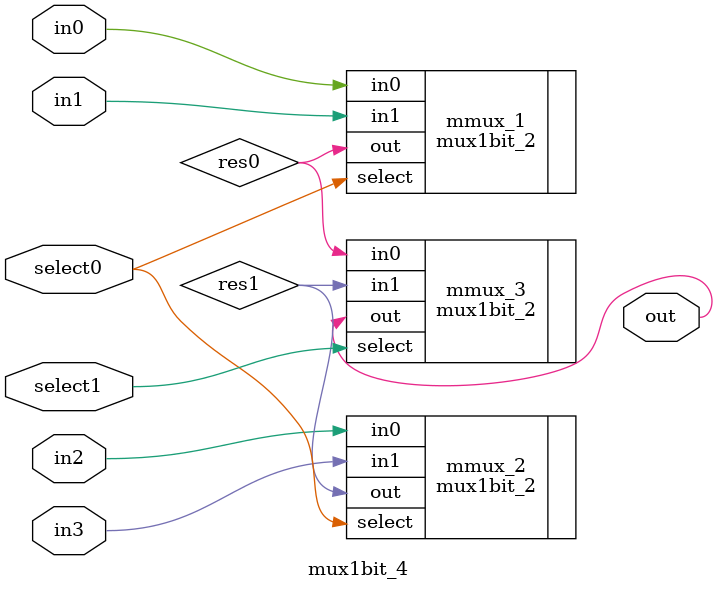
<source format=v>
module mux1bit_4(select0,select1,in0,in1,in2,in3,out);
	input in0,in1,in2,in3;
	input select0,select1;
	output out;
	wire res0,res1;
	mux1bit_2 mmux_1(.select(select0),.in0(in0),.in1(in1),.out(res0));
	mux1bit_2 mmux_2(.select(select0),.in0(in2),.in1(in3),.out(res1));
	
	mux1bit_2 mmux_3(.select(select1),.in0(res0),.in1(res1),.out(out));
endmodule

</source>
